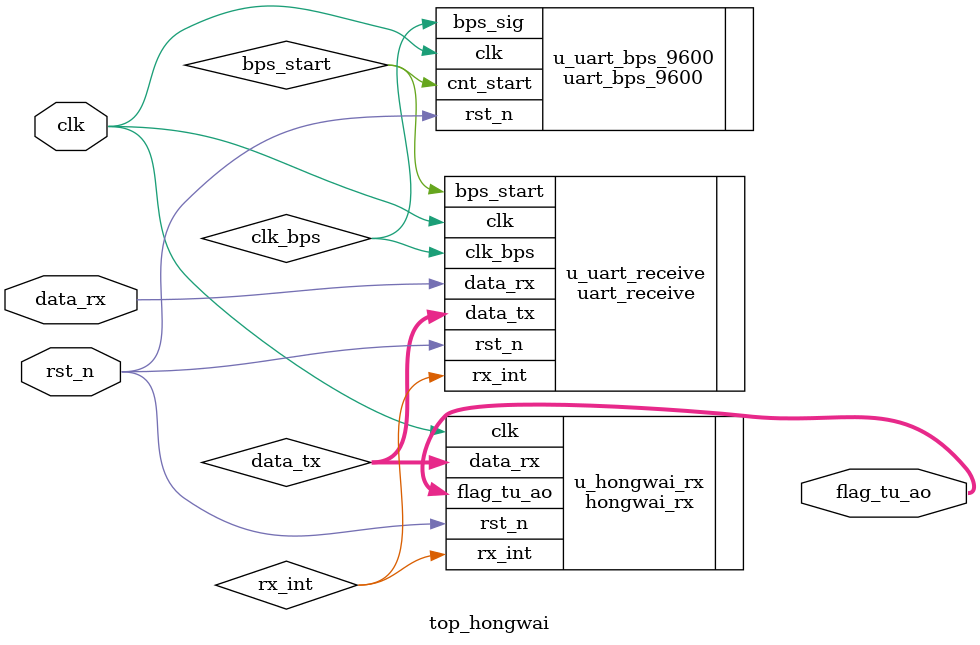
<source format=v>
module top_hongwai(
	input 				clk,
	input 				rst_n,
	input 				data_rx,

	output 	[1:0]		flag_tu_ao
    );
	
	wire 	[7:0]		data_tx;
	wire				rx_int;
	
hongwai_rx u_hongwai_rx (
    .clk(clk), 
    .rst_n(rst_n), 
    .data_rx(data_tx), 
    .rx_int(rx_int), 
	.flag_tu_ao(flag_tu_ao)
    );

uart_bps_9600 u_uart_bps_9600 (
    .clk(clk), 
    .rst_n(rst_n), 
    .cnt_start(bps_start),
    .bps_sig(clk_bps)
    );

uart_receive u_uart_receive (
    .clk(clk), 
    .rst_n(rst_n), 
    .clk_bps(clk_bps), 
    .data_rx(data_rx), 
	
    .rx_int(rx_int), 
    .data_tx(data_tx), 
    .bps_start(bps_start)
    );


endmodule

</source>
